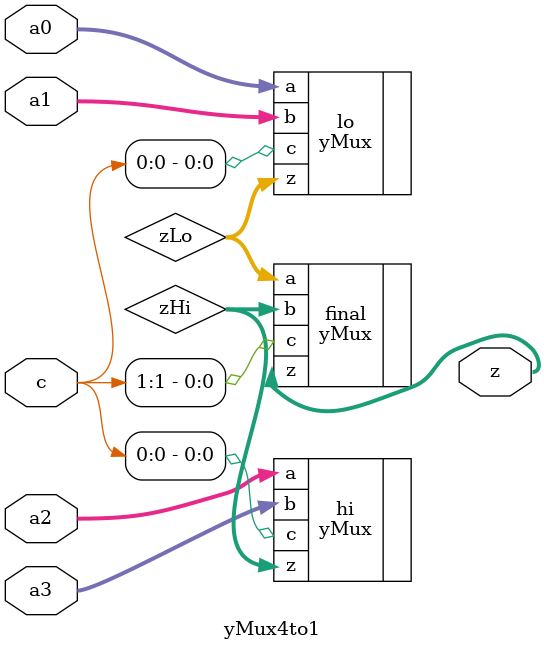
<source format=v>
module yMux4to1 (
    output [SIZE-1:0] z,   // Select value for one of the inputs
    input [SIZE-1:0] a0,   // First data input
    input [SIZE-1:0] a1,   // Second data input
    input [SIZE-1:0] a2,   // Third data input
    input [SIZE-1:0] a3,   // Fourth data input
    input [1:0] c          // Select input: determines which data input to choose
);

    parameter SIZE = 2;    // Parameter defining the width of the data inputs and output

    // Internal signals
    wire [SIZE-1:0] zLo;
    wire [SIZE-1:0] zHi;

    // 2-to-1 multiplexer for the lower half of the inputs (a0 and a1)
    yMux #(SIZE) lo (
        .z(zLo),
        .a(a0),
        .b(a1),
        .c(c[0])
    );

    // 2-to-1 multiplexer for the upper half of the inputs (a2 and a3)
    yMux #(SIZE) hi (
        .z(zHi),
        .a(a2),
        .b(a3),
        .c(c[0])
    );

    // 2-to-1 multiplexer to select between the results of the lower and upper multiplexers
    yMux #(SIZE) final (
        .z(z),
        .a(zLo),
        .b(zHi),
        .c(c[1])
    );

endmodule
</source>
